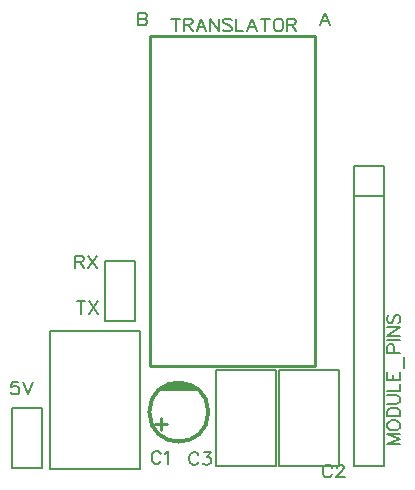
<source format=gto>
G04 Layer: TopSilkLayer*
G04 EasyEDA v6.2.46, 2019-11-14T14:20:35--8:00*
G04 6cc4c092965b432d8056714782698947,b8365342f910463186eac5fadccb516d,10*
G04 Gerber Generator version 0.2*
G04 Scale: 100 percent, Rotated: No, Reflected: No *
G04 Dimensions in inches *
G04 leading zeros omitted , absolute positions ,2 integer and 4 decimal *
%FSLAX24Y24*%
%MOIN*%
G90*
G70D02*

%ADD10C,0.010000*%
%ADD21C,0.008000*%
%ADD22C,0.007992*%
%ADD23C,0.007000*%
%ADD24C,0.007870*%
%ADD25C,0.011811*%
%ADD26C,0.006000*%

%LPD*%
G54D21*
G01X3450Y7350D02*
G01X4439Y7350D01*
G01X4439Y5350D01*
G01X3450Y5350D01*
G01X3450Y7350D01*
G01X12750Y9750D02*
G01X12750Y10500D01*
G01X11750Y10500D01*
G01X11750Y500D01*
G01X12750Y500D01*
G54D22*
G01X12750Y500D02*
G01X12750Y9750D01*
G54D21*
G01X11750Y9500D02*
G01X12750Y9500D01*
G54D10*
G01X4950Y14850D02*
G01X10450Y14850D01*
G01X10450Y3850D01*
G01X4950Y3850D01*
G01X4950Y14850D01*
G54D23*
G01X10250Y3700D02*
G01X11250Y3700D01*
G01X11250Y500D01*
G01X9250Y500D01*
G01X9250Y3700D01*
G01X10250Y3700D01*
G01X8150Y3700D02*
G01X9150Y3700D01*
G01X9150Y500D01*
G01X7150Y500D01*
G01X7150Y3700D01*
G01X8150Y3700D01*
G54D10*
G01X5309Y1703D02*
G01X5309Y2103D01*
G01X5112Y1906D02*
G01X5512Y1906D01*
G54D21*
G01X1350Y450D02*
G01X350Y450D01*
G01X350Y2450D01*
G01X1350Y2450D01*
G01X1350Y1700D01*
G54D22*
G01X1350Y450D02*
G01X1350Y1700D01*
G54D24*
G01X4604Y5003D02*
G01X4604Y396D01*
G01X1612Y396D01*
G01X1612Y5003D01*
G01X4604Y5003D01*
G54D26*
G01X4550Y15615D02*
G01X4550Y15186D01*
G01X4550Y15615D02*
G01X4734Y15615D01*
G01X4794Y15594D01*
G01X4815Y15575D01*
G01X4835Y15534D01*
G01X4835Y15492D01*
G01X4815Y15451D01*
G01X4794Y15430D01*
G01X4734Y15411D01*
G01X4550Y15411D02*
G01X4734Y15411D01*
G01X4794Y15390D01*
G01X4815Y15369D01*
G01X4835Y15328D01*
G01X4835Y15267D01*
G01X4815Y15226D01*
G01X4794Y15205D01*
G01X4734Y15186D01*
G01X4550Y15186D01*
G01X10764Y15615D02*
G01X10600Y15186D01*
G01X10764Y15615D02*
G01X10927Y15186D01*
G01X10660Y15328D02*
G01X10865Y15328D01*
G01X2450Y7515D02*
G01X2450Y7086D01*
G01X2450Y7515D02*
G01X2634Y7515D01*
G01X2694Y7494D01*
G01X2715Y7475D01*
G01X2735Y7434D01*
G01X2735Y7392D01*
G01X2715Y7351D01*
G01X2694Y7330D01*
G01X2634Y7311D01*
G01X2450Y7311D01*
G01X2593Y7311D02*
G01X2735Y7086D01*
G01X2871Y7515D02*
G01X3157Y7086D01*
G01X3157Y7515D02*
G01X2871Y7086D01*
G01X2643Y5995D02*
G01X2643Y5565D01*
G01X2500Y5995D02*
G01X2785Y5995D01*
G01X2921Y5995D02*
G01X3207Y5565D01*
G01X3207Y5995D02*
G01X2921Y5565D01*
G01X12850Y1233D02*
G01X13278Y1233D01*
G01X12850Y1233D02*
G01X13278Y1397D01*
G01X12850Y1560D02*
G01X13278Y1397D01*
G01X12850Y1560D02*
G01X13278Y1560D01*
G01X12850Y1818D02*
G01X12869Y1777D01*
G01X12910Y1736D01*
G01X12952Y1716D01*
G01X13013Y1695D01*
G01X13114Y1695D01*
G01X13177Y1716D01*
G01X13218Y1736D01*
G01X13259Y1777D01*
G01X13278Y1818D01*
G01X13278Y1900D01*
G01X13259Y1941D01*
G01X13218Y1982D01*
G01X13177Y2002D01*
G01X13114Y2023D01*
G01X13013Y2023D01*
G01X12952Y2002D01*
G01X12910Y1982D01*
G01X12869Y1941D01*
G01X12850Y1900D01*
G01X12850Y1818D01*
G01X12850Y2158D02*
G01X13278Y2158D01*
G01X12850Y2158D02*
G01X12850Y2301D01*
G01X12869Y2362D01*
G01X12910Y2403D01*
G01X12952Y2423D01*
G01X13013Y2444D01*
G01X13114Y2444D01*
G01X13177Y2423D01*
G01X13218Y2403D01*
G01X13259Y2362D01*
G01X13278Y2301D01*
G01X13278Y2158D01*
G01X12850Y2579D02*
G01X13156Y2579D01*
G01X13218Y2599D01*
G01X13259Y2640D01*
G01X13278Y2702D01*
G01X13278Y2743D01*
G01X13259Y2804D01*
G01X13218Y2845D01*
G01X13156Y2865D01*
G01X12850Y2865D01*
G01X12850Y3000D02*
G01X13278Y3000D01*
G01X13278Y3000D02*
G01X13278Y3246D01*
G01X12850Y3381D02*
G01X13278Y3381D01*
G01X12850Y3381D02*
G01X12850Y3647D01*
G01X13053Y3381D02*
G01X13053Y3544D01*
G01X13278Y3381D02*
G01X13278Y3647D01*
G01X13422Y3782D02*
G01X13422Y4150D01*
G01X12850Y4285D02*
G01X13278Y4285D01*
G01X12850Y4285D02*
G01X12850Y4469D01*
G01X12869Y4530D01*
G01X12889Y4551D01*
G01X12931Y4571D01*
G01X12993Y4571D01*
G01X13034Y4551D01*
G01X13053Y4530D01*
G01X13075Y4469D01*
G01X13075Y4285D01*
G01X12850Y4706D02*
G01X13278Y4706D01*
G01X12850Y4841D02*
G01X13278Y4841D01*
G01X12850Y4841D02*
G01X13278Y5128D01*
G01X12850Y5128D02*
G01X13278Y5128D01*
G01X12910Y5549D02*
G01X12869Y5508D01*
G01X12850Y5447D01*
G01X12850Y5365D01*
G01X12869Y5303D01*
G01X12910Y5263D01*
G01X12952Y5263D01*
G01X12993Y5283D01*
G01X13013Y5303D01*
G01X13034Y5344D01*
G01X13075Y5467D01*
G01X13094Y5508D01*
G01X13114Y5528D01*
G01X13156Y5549D01*
G01X13218Y5549D01*
G01X13259Y5508D01*
G01X13278Y5447D01*
G01X13278Y5365D01*
G01X13259Y5303D01*
G01X13218Y5263D01*
G01X5793Y15415D02*
G01X5793Y14986D01*
G01X5650Y15415D02*
G01X5935Y15415D01*
G01X6071Y15415D02*
G01X6071Y14986D01*
G01X6071Y15415D02*
G01X6255Y15415D01*
G01X6317Y15395D01*
G01X6336Y15375D01*
G01X6357Y15334D01*
G01X6357Y15293D01*
G01X6336Y15252D01*
G01X6317Y15231D01*
G01X6255Y15211D01*
G01X6071Y15211D01*
G01X6214Y15211D02*
G01X6357Y14986D01*
G01X6656Y15415D02*
G01X6493Y14986D01*
G01X6656Y15415D02*
G01X6819Y14986D01*
G01X6553Y15129D02*
G01X6759Y15129D01*
G01X6955Y15415D02*
G01X6955Y14986D01*
G01X6955Y15415D02*
G01X7240Y14986D01*
G01X7240Y15415D02*
G01X7240Y14986D01*
G01X7663Y15354D02*
G01X7622Y15395D01*
G01X7560Y15415D01*
G01X7478Y15415D01*
G01X7417Y15395D01*
G01X7376Y15354D01*
G01X7376Y15313D01*
G01X7397Y15272D01*
G01X7417Y15252D01*
G01X7457Y15231D01*
G01X7581Y15190D01*
G01X7622Y15170D01*
G01X7642Y15150D01*
G01X7663Y15109D01*
G01X7663Y15047D01*
G01X7622Y15006D01*
G01X7560Y14986D01*
G01X7478Y14986D01*
G01X7417Y15006D01*
G01X7376Y15047D01*
G01X7797Y15415D02*
G01X7797Y14986D01*
G01X7797Y14986D02*
G01X8043Y14986D01*
G01X8342Y15415D02*
G01X8177Y14986D01*
G01X8342Y15415D02*
G01X8505Y14986D01*
G01X8239Y15129D02*
G01X8443Y15129D01*
G01X8784Y15415D02*
G01X8784Y14986D01*
G01X8639Y15415D02*
G01X8927Y15415D01*
G01X9185Y15415D02*
G01X9143Y15395D01*
G01X9102Y15354D01*
G01X9081Y15313D01*
G01X9061Y15252D01*
G01X9061Y15150D01*
G01X9081Y15088D01*
G01X9102Y15047D01*
G01X9143Y15006D01*
G01X9185Y14986D01*
G01X9265Y14986D01*
G01X9306Y15006D01*
G01X9347Y15047D01*
G01X9368Y15088D01*
G01X9389Y15150D01*
G01X9389Y15252D01*
G01X9368Y15313D01*
G01X9347Y15354D01*
G01X9306Y15395D01*
G01X9265Y15415D01*
G01X9185Y15415D01*
G01X9523Y15415D02*
G01X9523Y14986D01*
G01X9523Y15415D02*
G01X9707Y15415D01*
G01X9769Y15395D01*
G01X9789Y15375D01*
G01X9810Y15334D01*
G01X9810Y15293D01*
G01X9789Y15252D01*
G01X9769Y15231D01*
G01X9707Y15211D01*
G01X9523Y15211D01*
G01X9667Y15211D02*
G01X9810Y14986D01*
G01X11006Y448D02*
G01X10985Y488D01*
G01X10944Y530D01*
G01X10905Y550D01*
G01X10822Y550D01*
G01X10781Y530D01*
G01X10740Y488D01*
G01X10719Y448D01*
G01X10700Y386D01*
G01X10700Y284D01*
G01X10719Y223D01*
G01X10740Y182D01*
G01X10781Y140D01*
G01X10822Y121D01*
G01X10905Y121D01*
G01X10944Y140D01*
G01X10985Y182D01*
G01X11006Y223D01*
G01X11161Y448D02*
G01X11161Y469D01*
G01X11182Y509D01*
G01X11202Y530D01*
G01X11243Y550D01*
G01X11326Y550D01*
G01X11367Y530D01*
G01X11386Y509D01*
G01X11407Y469D01*
G01X11407Y428D01*
G01X11386Y386D01*
G01X11346Y325D01*
G01X11142Y121D01*
G01X11427Y121D01*
G01X6556Y863D02*
G01X6535Y903D01*
G01X6494Y944D01*
G01X6455Y965D01*
G01X6372Y965D01*
G01X6331Y944D01*
G01X6290Y903D01*
G01X6269Y863D01*
G01X6250Y801D01*
G01X6250Y700D01*
G01X6269Y638D01*
G01X6290Y596D01*
G01X6331Y555D01*
G01X6372Y536D01*
G01X6455Y536D01*
G01X6494Y555D01*
G01X6535Y596D01*
G01X6556Y638D01*
G01X6732Y965D02*
G01X6957Y965D01*
G01X6835Y801D01*
G01X6896Y801D01*
G01X6936Y780D01*
G01X6957Y761D01*
G01X6977Y700D01*
G01X6977Y659D01*
G01X6957Y596D01*
G01X6917Y555D01*
G01X6855Y536D01*
G01X6793Y536D01*
G01X6732Y555D01*
G01X6711Y576D01*
G01X6692Y617D01*
G01X5306Y897D02*
G01X5285Y938D01*
G01X5244Y979D01*
G01X5204Y1000D01*
G01X5122Y1000D01*
G01X5081Y979D01*
G01X5040Y938D01*
G01X5019Y897D01*
G01X4999Y836D01*
G01X4999Y734D01*
G01X5019Y672D01*
G01X5040Y632D01*
G01X5081Y591D01*
G01X5122Y570D01*
G01X5204Y570D01*
G01X5244Y591D01*
G01X5285Y632D01*
G01X5306Y672D01*
G01X5441Y918D02*
G01X5482Y938D01*
G01X5543Y1000D01*
G01X5543Y570D01*
G01X544Y3315D02*
G01X340Y3315D01*
G01X319Y3130D01*
G01X340Y3151D01*
G01X402Y3171D01*
G01X464Y3171D01*
G01X525Y3151D01*
G01X565Y3111D01*
G01X585Y3050D01*
G01X585Y3009D01*
G01X565Y2946D01*
G01X525Y2905D01*
G01X464Y2886D01*
G01X402Y2886D01*
G01X340Y2905D01*
G01X319Y2926D01*
G01X300Y2967D01*
G01X721Y3315D02*
G01X885Y2886D01*
G01X1048Y3315D02*
G01X885Y2886D01*
G54D25*
G75*
G01X6884Y2300D02*
G03X6884Y2300I-984J0D01*
G01*

%LPD*%
G36*
G01X5926Y3283D02*
G01X5900Y3284D01*
G01X5846Y3282D01*
G01X5819Y3280D01*
G01X5765Y3274D01*
G01X5713Y3264D01*
G01X5686Y3258D01*
G01X5634Y3244D01*
G01X5609Y3235D01*
G01X5583Y3226D01*
G01X5558Y3217D01*
G01X5534Y3206D01*
G01X5509Y3195D01*
G01X5485Y3183D01*
G01X5462Y3170D01*
G01X5438Y3156D01*
G01X5415Y3142D01*
G01X5371Y3112D01*
G01X5349Y3096D01*
G01X5328Y3079D01*
G01X5308Y3062D01*
G01X5288Y3044D01*
G01X5268Y3025D01*
G01X5250Y3006D01*
G01X6550Y3006D01*
G01X6531Y3025D01*
G01X6511Y3044D01*
G01X6491Y3062D01*
G01X6471Y3079D01*
G01X6450Y3096D01*
G01X6428Y3112D01*
G01X6384Y3142D01*
G01X6361Y3156D01*
G01X6337Y3170D01*
G01X6314Y3183D01*
G01X6290Y3195D01*
G01X6265Y3206D01*
G01X6241Y3217D01*
G01X6216Y3226D01*
G01X6190Y3235D01*
G01X6165Y3244D01*
G01X6113Y3258D01*
G01X6086Y3264D01*
G01X6034Y3274D01*
G01X5980Y3280D01*
G01X5953Y3282D01*
G01X5926Y3283D01*
G37*
M00*
M02*

</source>
